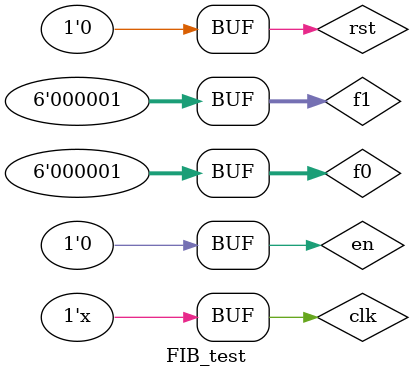
<source format=v>
`timescale 1ns / 1ps


module FIB_test();
    reg [5:0] f0;
    reg [5:0] f1;
    reg rst;
    reg en;
    reg clk;
    wire [5:0]fn;
    FIB ALU1 (
        .en(en),
        .f0(f0),
        .f1(f1),
        .rst(rst),
        .clk(clk),
        .fn(fn)
    );
    initial f0=6'b000001;
    initial f1=6'b000001;
    initial clk=0;
    initial rst=0;
    initial 
    begin
    en=1;
    #100 en=0;
    #1500 en=1;
    #100 en=0;
    end
    always #50 clk=~clk;
    initial begin
    #600 rst=1;
    #600 rst=0;
    end
    
endmodule

</source>
